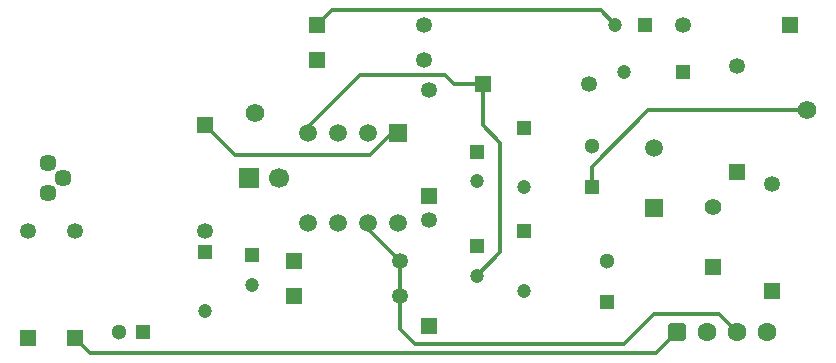
<source format=gbr>
G04*
G04 #@! TF.GenerationSoftware,Altium Limited,Altium Designer,23.5.1 (21)*
G04*
G04 Layer_Physical_Order=2*
G04 Layer_Color=16711680*
%FSLAX44Y44*%
%MOMM*%
G71*
G04*
G04 #@! TF.SameCoordinates,231D9C50-7758-4538-8D20-5E9162DCA36C*
G04*
G04*
G04 #@! TF.FilePolarity,Positive*
G04*
G01*
G75*
%ADD16C,1.3500*%
%ADD17R,1.3500X1.3500*%
%ADD18C,1.5700*%
%ADD19R,1.7000X1.7000*%
%ADD20C,1.7000*%
%ADD21R,1.5000X1.5000*%
%ADD22C,1.5000*%
%ADD23R,1.2000X1.2000*%
%ADD24C,1.2000*%
%ADD25C,1.4500*%
%ADD26R,1.4000X1.4000*%
%ADD27C,1.4000*%
%ADD28C,1.3000*%
%ADD29R,1.3000X1.3000*%
%ADD30R,1.3500X1.3500*%
%ADD31R,1.2000X1.2000*%
%ADD32C,1.6000*%
G04:AMPARAMS|DCode=33|XSize=1.6mm|YSize=1.6mm|CornerRadius=0.4mm|HoleSize=0mm|Usage=FLASHONLY|Rotation=0.000|XOffset=0mm|YOffset=0mm|HoleType=Round|Shape=RoundedRectangle|*
%AMROUNDEDRECTD33*
21,1,1.6000,0.8000,0,0,0.0*
21,1,0.8000,1.6000,0,0,0.0*
1,1,0.8000,0.4000,-0.4000*
1,1,0.8000,-0.4000,-0.4000*
1,1,0.8000,-0.4000,0.4000*
1,1,0.8000,0.4000,0.4000*
%
%ADD33ROUNDEDRECTD33*%
%ADD34R,1.3000X1.3000*%
%ADD35C,0.3050*%
D16*
X50000Y115000D02*
D03*
X200000Y115000D02*
D03*
X90000Y115000D02*
D03*
X365000Y60000D02*
D03*
Y90000D02*
D03*
X605000Y290000D02*
D03*
X650000Y255000D02*
D03*
X680000Y155000D02*
D03*
X525000Y240000D02*
D03*
X390000Y125000D02*
D03*
Y235000D02*
D03*
X385000Y290000D02*
D03*
Y260000D02*
D03*
D17*
X50000Y25000D02*
D03*
X200000Y205000D02*
D03*
X90000Y25000D02*
D03*
X650000Y165000D02*
D03*
X680000Y65000D02*
D03*
X390000Y35000D02*
D03*
Y145000D02*
D03*
D18*
X242500Y215000D02*
D03*
X710000Y217500D02*
D03*
D19*
X237300Y160000D02*
D03*
D20*
X262700D02*
D03*
D21*
X580000Y134500D02*
D03*
X363100Y198100D02*
D03*
D22*
X580000Y185500D02*
D03*
X286900Y121900D02*
D03*
X312300D02*
D03*
X337700D02*
D03*
X363100D02*
D03*
X286900Y198100D02*
D03*
X312300D02*
D03*
X337700D02*
D03*
D23*
X240000Y95000D02*
D03*
X430000Y182500D02*
D03*
Y102500D02*
D03*
X200000Y97500D02*
D03*
X470000Y202500D02*
D03*
Y115000D02*
D03*
D24*
X240000Y70000D02*
D03*
X430000Y157500D02*
D03*
Y77500D02*
D03*
X200000Y47500D02*
D03*
X547500Y290000D02*
D03*
X555000Y250000D02*
D03*
X470000Y152500D02*
D03*
Y65000D02*
D03*
D25*
X67206Y147300D02*
D03*
X79906Y160000D02*
D03*
X67206Y172700D02*
D03*
D26*
X630000Y84600D02*
D03*
D27*
Y135400D02*
D03*
D28*
X127500Y30000D02*
D03*
X540000Y90000D02*
D03*
X527500Y187500D02*
D03*
D29*
X147500Y30000D02*
D03*
D30*
X275000Y60000D02*
D03*
Y90000D02*
D03*
X695000Y290000D02*
D03*
X435000Y240000D02*
D03*
X295000Y290000D02*
D03*
Y260000D02*
D03*
D31*
X572500Y290000D02*
D03*
X605000Y250000D02*
D03*
D32*
X624600Y30000D02*
D03*
X650000D02*
D03*
X675400D02*
D03*
D33*
X599200D02*
D03*
D34*
X540000Y55000D02*
D03*
X527500Y152500D02*
D03*
D35*
X435000Y205000D02*
Y240000D01*
X450000Y97500D02*
Y190000D01*
X435000Y205000D02*
X450000Y190000D01*
X430000Y77500D02*
X450000Y97500D01*
X555000Y20000D02*
X580000Y45000D01*
X365000Y32500D02*
X377500Y20000D01*
X555000D01*
X102500Y12500D02*
X581700D01*
X90000Y25000D02*
Y25000D01*
X581700Y12500D02*
X599200Y30000D01*
X95225Y19775D02*
X102500Y12500D01*
X332900Y121900D02*
X364800Y90000D01*
X580000Y45000D02*
X635000D01*
X365000Y60000D02*
Y90000D01*
Y32500D02*
Y60000D01*
X90000Y25000D02*
X95225Y19775D01*
X95225D01*
X281900Y198100D02*
X331300Y247500D01*
X402853D01*
X410353Y240000D01*
X295000Y290000D02*
X307500Y302500D01*
X535000D02*
X547500Y290000D01*
X307500Y302500D02*
X535000D01*
X527500Y152500D02*
Y170000D01*
X575000Y217500D02*
X710000D01*
X527500Y170000D02*
X575000Y217500D01*
X410353Y240000D02*
X435000D01*
X200000Y205000D02*
X225000Y180000D01*
X340000D01*
X358100Y198100D01*
X635000Y45000D02*
X650000Y30000D01*
X364800Y90000D02*
X365000D01*
M02*

</source>
